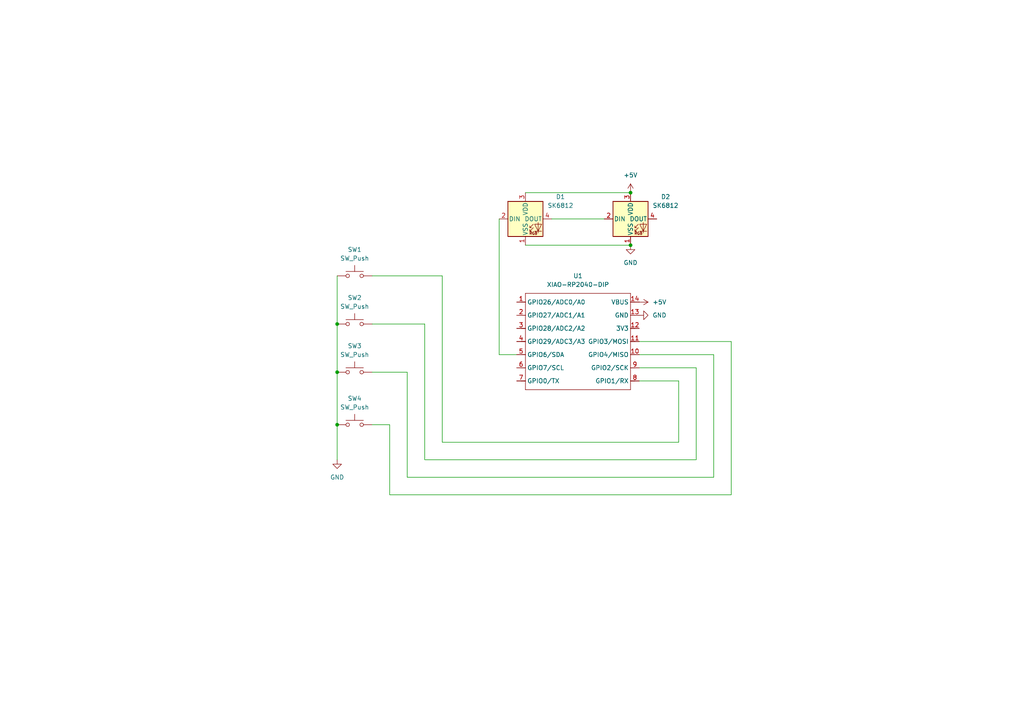
<source format=kicad_sch>
(kicad_sch
	(version 20250114)
	(generator "eeschema")
	(generator_version "9.0")
	(uuid "4c0efdc2-22df-4d44-9dc9-2fbf0b7b15b7")
	(paper "A4")
	(lib_symbols
		(symbol "LED:SK6812"
			(pin_names
				(offset 0.254)
			)
			(exclude_from_sim no)
			(in_bom yes)
			(on_board yes)
			(property "Reference" "D"
				(at 5.08 5.715 0)
				(effects
					(font
						(size 1.27 1.27)
					)
					(justify right bottom)
				)
			)
			(property "Value" "SK6812"
				(at 1.27 -5.715 0)
				(effects
					(font
						(size 1.27 1.27)
					)
					(justify left top)
				)
			)
			(property "Footprint" "LED_SMD:LED_SK6812_PLCC4_5.0x5.0mm_P3.2mm"
				(at 1.27 -7.62 0)
				(effects
					(font
						(size 1.27 1.27)
					)
					(justify left top)
					(hide yes)
				)
			)
			(property "Datasheet" "https://cdn-shop.adafruit.com/product-files/1138/SK6812+LED+datasheet+.pdf"
				(at 2.54 -9.525 0)
				(effects
					(font
						(size 1.27 1.27)
					)
					(justify left top)
					(hide yes)
				)
			)
			(property "Description" "RGB LED with integrated controller"
				(at 0 0 0)
				(effects
					(font
						(size 1.27 1.27)
					)
					(hide yes)
				)
			)
			(property "ki_keywords" "RGB LED NeoPixel addressable"
				(at 0 0 0)
				(effects
					(font
						(size 1.27 1.27)
					)
					(hide yes)
				)
			)
			(property "ki_fp_filters" "LED*SK6812*PLCC*5.0x5.0mm*P3.2mm*"
				(at 0 0 0)
				(effects
					(font
						(size 1.27 1.27)
					)
					(hide yes)
				)
			)
			(symbol "SK6812_0_0"
				(text "RGB"
					(at 2.286 -4.191 0)
					(effects
						(font
							(size 0.762 0.762)
						)
					)
				)
			)
			(symbol "SK6812_0_1"
				(polyline
					(pts
						(xy 1.27 -2.54) (xy 1.778 -2.54)
					)
					(stroke
						(width 0)
						(type default)
					)
					(fill
						(type none)
					)
				)
				(polyline
					(pts
						(xy 1.27 -3.556) (xy 1.778 -3.556)
					)
					(stroke
						(width 0)
						(type default)
					)
					(fill
						(type none)
					)
				)
				(polyline
					(pts
						(xy 2.286 -1.524) (xy 1.27 -2.54) (xy 1.27 -2.032)
					)
					(stroke
						(width 0)
						(type default)
					)
					(fill
						(type none)
					)
				)
				(polyline
					(pts
						(xy 2.286 -2.54) (xy 1.27 -3.556) (xy 1.27 -3.048)
					)
					(stroke
						(width 0)
						(type default)
					)
					(fill
						(type none)
					)
				)
				(polyline
					(pts
						(xy 3.683 -1.016) (xy 3.683 -3.556) (xy 3.683 -4.064)
					)
					(stroke
						(width 0)
						(type default)
					)
					(fill
						(type none)
					)
				)
				(polyline
					(pts
						(xy 4.699 -1.524) (xy 2.667 -1.524) (xy 3.683 -3.556) (xy 4.699 -1.524)
					)
					(stroke
						(width 0)
						(type default)
					)
					(fill
						(type none)
					)
				)
				(polyline
					(pts
						(xy 4.699 -3.556) (xy 2.667 -3.556)
					)
					(stroke
						(width 0)
						(type default)
					)
					(fill
						(type none)
					)
				)
				(rectangle
					(start 5.08 5.08)
					(end -5.08 -5.08)
					(stroke
						(width 0.254)
						(type default)
					)
					(fill
						(type background)
					)
				)
			)
			(symbol "SK6812_1_1"
				(pin input line
					(at -7.62 0 0)
					(length 2.54)
					(name "DIN"
						(effects
							(font
								(size 1.27 1.27)
							)
						)
					)
					(number "2"
						(effects
							(font
								(size 1.27 1.27)
							)
						)
					)
				)
				(pin power_in line
					(at 0 7.62 270)
					(length 2.54)
					(name "VDD"
						(effects
							(font
								(size 1.27 1.27)
							)
						)
					)
					(number "3"
						(effects
							(font
								(size 1.27 1.27)
							)
						)
					)
				)
				(pin power_in line
					(at 0 -7.62 90)
					(length 2.54)
					(name "VSS"
						(effects
							(font
								(size 1.27 1.27)
							)
						)
					)
					(number "1"
						(effects
							(font
								(size 1.27 1.27)
							)
						)
					)
				)
				(pin output line
					(at 7.62 0 180)
					(length 2.54)
					(name "DOUT"
						(effects
							(font
								(size 1.27 1.27)
							)
						)
					)
					(number "4"
						(effects
							(font
								(size 1.27 1.27)
							)
						)
					)
				)
			)
			(embedded_fonts no)
		)
		(symbol "OPL:XIAO-RP2040-DIP"
			(exclude_from_sim no)
			(in_bom yes)
			(on_board yes)
			(property "Reference" "U"
				(at 0 0 0)
				(effects
					(font
						(size 1.27 1.27)
					)
				)
			)
			(property "Value" "XIAO-RP2040-DIP"
				(at 5.334 -1.778 0)
				(effects
					(font
						(size 1.27 1.27)
					)
				)
			)
			(property "Footprint" "Module:MOUDLE14P-XIAO-DIP-SMD"
				(at 14.478 -32.258 0)
				(effects
					(font
						(size 1.27 1.27)
					)
					(hide yes)
				)
			)
			(property "Datasheet" ""
				(at 0 0 0)
				(effects
					(font
						(size 1.27 1.27)
					)
					(hide yes)
				)
			)
			(property "Description" ""
				(at 0 0 0)
				(effects
					(font
						(size 1.27 1.27)
					)
					(hide yes)
				)
			)
			(symbol "XIAO-RP2040-DIP_1_0"
				(polyline
					(pts
						(xy -1.27 -2.54) (xy 29.21 -2.54)
					)
					(stroke
						(width 0.1524)
						(type solid)
					)
					(fill
						(type none)
					)
				)
				(polyline
					(pts
						(xy -1.27 -5.08) (xy -2.54 -5.08)
					)
					(stroke
						(width 0.1524)
						(type solid)
					)
					(fill
						(type none)
					)
				)
				(polyline
					(pts
						(xy -1.27 -5.08) (xy -1.27 -2.54)
					)
					(stroke
						(width 0.1524)
						(type solid)
					)
					(fill
						(type none)
					)
				)
				(polyline
					(pts
						(xy -1.27 -8.89) (xy -2.54 -8.89)
					)
					(stroke
						(width 0.1524)
						(type solid)
					)
					(fill
						(type none)
					)
				)
				(polyline
					(pts
						(xy -1.27 -8.89) (xy -1.27 -5.08)
					)
					(stroke
						(width 0.1524)
						(type solid)
					)
					(fill
						(type none)
					)
				)
				(polyline
					(pts
						(xy -1.27 -12.7) (xy -2.54 -12.7)
					)
					(stroke
						(width 0.1524)
						(type solid)
					)
					(fill
						(type none)
					)
				)
				(polyline
					(pts
						(xy -1.27 -12.7) (xy -1.27 -8.89)
					)
					(stroke
						(width 0.1524)
						(type solid)
					)
					(fill
						(type none)
					)
				)
				(polyline
					(pts
						(xy -1.27 -16.51) (xy -2.54 -16.51)
					)
					(stroke
						(width 0.1524)
						(type solid)
					)
					(fill
						(type none)
					)
				)
				(polyline
					(pts
						(xy -1.27 -16.51) (xy -1.27 -12.7)
					)
					(stroke
						(width 0.1524)
						(type solid)
					)
					(fill
						(type none)
					)
				)
				(polyline
					(pts
						(xy -1.27 -20.32) (xy -2.54 -20.32)
					)
					(stroke
						(width 0.1524)
						(type solid)
					)
					(fill
						(type none)
					)
				)
				(polyline
					(pts
						(xy -1.27 -24.13) (xy -2.54 -24.13)
					)
					(stroke
						(width 0.1524)
						(type solid)
					)
					(fill
						(type none)
					)
				)
				(polyline
					(pts
						(xy -1.27 -27.94) (xy -2.54 -27.94)
					)
					(stroke
						(width 0.1524)
						(type solid)
					)
					(fill
						(type none)
					)
				)
				(polyline
					(pts
						(xy -1.27 -30.48) (xy -1.27 -16.51)
					)
					(stroke
						(width 0.1524)
						(type solid)
					)
					(fill
						(type none)
					)
				)
				(polyline
					(pts
						(xy 29.21 -2.54) (xy 29.21 -5.08)
					)
					(stroke
						(width 0.1524)
						(type solid)
					)
					(fill
						(type none)
					)
				)
				(polyline
					(pts
						(xy 29.21 -5.08) (xy 29.21 -8.89)
					)
					(stroke
						(width 0.1524)
						(type solid)
					)
					(fill
						(type none)
					)
				)
				(polyline
					(pts
						(xy 29.21 -8.89) (xy 29.21 -12.7)
					)
					(stroke
						(width 0.1524)
						(type solid)
					)
					(fill
						(type none)
					)
				)
				(polyline
					(pts
						(xy 29.21 -12.7) (xy 29.21 -30.48)
					)
					(stroke
						(width 0.1524)
						(type solid)
					)
					(fill
						(type none)
					)
				)
				(polyline
					(pts
						(xy 29.21 -30.48) (xy -1.27 -30.48)
					)
					(stroke
						(width 0.1524)
						(type solid)
					)
					(fill
						(type none)
					)
				)
				(polyline
					(pts
						(xy 30.48 -5.08) (xy 29.21 -5.08)
					)
					(stroke
						(width 0.1524)
						(type solid)
					)
					(fill
						(type none)
					)
				)
				(polyline
					(pts
						(xy 30.48 -8.89) (xy 29.21 -8.89)
					)
					(stroke
						(width 0.1524)
						(type solid)
					)
					(fill
						(type none)
					)
				)
				(polyline
					(pts
						(xy 30.48 -12.7) (xy 29.21 -12.7)
					)
					(stroke
						(width 0.1524)
						(type solid)
					)
					(fill
						(type none)
					)
				)
				(polyline
					(pts
						(xy 30.48 -16.51) (xy 29.21 -16.51)
					)
					(stroke
						(width 0.1524)
						(type solid)
					)
					(fill
						(type none)
					)
				)
				(polyline
					(pts
						(xy 30.48 -20.32) (xy 29.21 -20.32)
					)
					(stroke
						(width 0.1524)
						(type solid)
					)
					(fill
						(type none)
					)
				)
				(polyline
					(pts
						(xy 30.48 -24.13) (xy 29.21 -24.13)
					)
					(stroke
						(width 0.1524)
						(type solid)
					)
					(fill
						(type none)
					)
				)
				(polyline
					(pts
						(xy 30.48 -27.94) (xy 29.21 -27.94)
					)
					(stroke
						(width 0.1524)
						(type solid)
					)
					(fill
						(type none)
					)
				)
				(pin passive line
					(at -3.81 -5.08 0)
					(length 2.54)
					(name "GPIO26/ADC0/A0"
						(effects
							(font
								(size 1.27 1.27)
							)
						)
					)
					(number "1"
						(effects
							(font
								(size 1.27 1.27)
							)
						)
					)
				)
				(pin passive line
					(at -3.81 -8.89 0)
					(length 2.54)
					(name "GPIO27/ADC1/A1"
						(effects
							(font
								(size 1.27 1.27)
							)
						)
					)
					(number "2"
						(effects
							(font
								(size 1.27 1.27)
							)
						)
					)
				)
				(pin passive line
					(at -3.81 -12.7 0)
					(length 2.54)
					(name "GPIO28/ADC2/A2"
						(effects
							(font
								(size 1.27 1.27)
							)
						)
					)
					(number "3"
						(effects
							(font
								(size 1.27 1.27)
							)
						)
					)
				)
				(pin passive line
					(at -3.81 -16.51 0)
					(length 2.54)
					(name "GPIO29/ADC3/A3"
						(effects
							(font
								(size 1.27 1.27)
							)
						)
					)
					(number "4"
						(effects
							(font
								(size 1.27 1.27)
							)
						)
					)
				)
				(pin passive line
					(at -3.81 -20.32 0)
					(length 2.54)
					(name "GPIO6/SDA"
						(effects
							(font
								(size 1.27 1.27)
							)
						)
					)
					(number "5"
						(effects
							(font
								(size 1.27 1.27)
							)
						)
					)
				)
				(pin passive line
					(at -3.81 -24.13 0)
					(length 2.54)
					(name "GPIO7/SCL"
						(effects
							(font
								(size 1.27 1.27)
							)
						)
					)
					(number "6"
						(effects
							(font
								(size 1.27 1.27)
							)
						)
					)
				)
				(pin passive line
					(at -3.81 -27.94 0)
					(length 2.54)
					(name "GPIO0/TX"
						(effects
							(font
								(size 1.27 1.27)
							)
						)
					)
					(number "7"
						(effects
							(font
								(size 1.27 1.27)
							)
						)
					)
				)
				(pin passive line
					(at 31.75 -5.08 180)
					(length 2.54)
					(name "VBUS"
						(effects
							(font
								(size 1.27 1.27)
							)
						)
					)
					(number "14"
						(effects
							(font
								(size 1.27 1.27)
							)
						)
					)
				)
				(pin passive line
					(at 31.75 -8.89 180)
					(length 2.54)
					(name "GND"
						(effects
							(font
								(size 1.27 1.27)
							)
						)
					)
					(number "13"
						(effects
							(font
								(size 1.27 1.27)
							)
						)
					)
				)
				(pin passive line
					(at 31.75 -12.7 180)
					(length 2.54)
					(name "3V3"
						(effects
							(font
								(size 1.27 1.27)
							)
						)
					)
					(number "12"
						(effects
							(font
								(size 1.27 1.27)
							)
						)
					)
				)
				(pin passive line
					(at 31.75 -16.51 180)
					(length 2.54)
					(name "GPIO3/MOSI"
						(effects
							(font
								(size 1.27 1.27)
							)
						)
					)
					(number "11"
						(effects
							(font
								(size 1.27 1.27)
							)
						)
					)
				)
				(pin passive line
					(at 31.75 -20.32 180)
					(length 2.54)
					(name "GPIO4/MISO"
						(effects
							(font
								(size 1.27 1.27)
							)
						)
					)
					(number "10"
						(effects
							(font
								(size 1.27 1.27)
							)
						)
					)
				)
				(pin passive line
					(at 31.75 -24.13 180)
					(length 2.54)
					(name "GPIO2/SCK"
						(effects
							(font
								(size 1.27 1.27)
							)
						)
					)
					(number "9"
						(effects
							(font
								(size 1.27 1.27)
							)
						)
					)
				)
				(pin passive line
					(at 31.75 -27.94 180)
					(length 2.54)
					(name "GPIO1/RX"
						(effects
							(font
								(size 1.27 1.27)
							)
						)
					)
					(number "8"
						(effects
							(font
								(size 1.27 1.27)
							)
						)
					)
				)
			)
			(embedded_fonts no)
		)
		(symbol "Switch:SW_Push"
			(pin_numbers
				(hide yes)
			)
			(pin_names
				(offset 1.016)
				(hide yes)
			)
			(exclude_from_sim no)
			(in_bom yes)
			(on_board yes)
			(property "Reference" "SW"
				(at 1.27 2.54 0)
				(effects
					(font
						(size 1.27 1.27)
					)
					(justify left)
				)
			)
			(property "Value" "SW_Push"
				(at 0 -1.524 0)
				(effects
					(font
						(size 1.27 1.27)
					)
				)
			)
			(property "Footprint" ""
				(at 0 5.08 0)
				(effects
					(font
						(size 1.27 1.27)
					)
					(hide yes)
				)
			)
			(property "Datasheet" "~"
				(at 0 5.08 0)
				(effects
					(font
						(size 1.27 1.27)
					)
					(hide yes)
				)
			)
			(property "Description" "Push button switch, generic, two pins"
				(at 0 0 0)
				(effects
					(font
						(size 1.27 1.27)
					)
					(hide yes)
				)
			)
			(property "ki_keywords" "switch normally-open pushbutton push-button"
				(at 0 0 0)
				(effects
					(font
						(size 1.27 1.27)
					)
					(hide yes)
				)
			)
			(symbol "SW_Push_0_1"
				(circle
					(center -2.032 0)
					(radius 0.508)
					(stroke
						(width 0)
						(type default)
					)
					(fill
						(type none)
					)
				)
				(polyline
					(pts
						(xy 0 1.27) (xy 0 3.048)
					)
					(stroke
						(width 0)
						(type default)
					)
					(fill
						(type none)
					)
				)
				(circle
					(center 2.032 0)
					(radius 0.508)
					(stroke
						(width 0)
						(type default)
					)
					(fill
						(type none)
					)
				)
				(polyline
					(pts
						(xy 2.54 1.27) (xy -2.54 1.27)
					)
					(stroke
						(width 0)
						(type default)
					)
					(fill
						(type none)
					)
				)
				(pin passive line
					(at -5.08 0 0)
					(length 2.54)
					(name "1"
						(effects
							(font
								(size 1.27 1.27)
							)
						)
					)
					(number "1"
						(effects
							(font
								(size 1.27 1.27)
							)
						)
					)
				)
				(pin passive line
					(at 5.08 0 180)
					(length 2.54)
					(name "2"
						(effects
							(font
								(size 1.27 1.27)
							)
						)
					)
					(number "2"
						(effects
							(font
								(size 1.27 1.27)
							)
						)
					)
				)
			)
			(embedded_fonts no)
		)
		(symbol "power:+5V"
			(power)
			(pin_numbers
				(hide yes)
			)
			(pin_names
				(offset 0)
				(hide yes)
			)
			(exclude_from_sim no)
			(in_bom yes)
			(on_board yes)
			(property "Reference" "#PWR"
				(at 0 -3.81 0)
				(effects
					(font
						(size 1.27 1.27)
					)
					(hide yes)
				)
			)
			(property "Value" "+5V"
				(at 0 3.556 0)
				(effects
					(font
						(size 1.27 1.27)
					)
				)
			)
			(property "Footprint" ""
				(at 0 0 0)
				(effects
					(font
						(size 1.27 1.27)
					)
					(hide yes)
				)
			)
			(property "Datasheet" ""
				(at 0 0 0)
				(effects
					(font
						(size 1.27 1.27)
					)
					(hide yes)
				)
			)
			(property "Description" "Power symbol creates a global label with name \"+5V\""
				(at 0 0 0)
				(effects
					(font
						(size 1.27 1.27)
					)
					(hide yes)
				)
			)
			(property "ki_keywords" "global power"
				(at 0 0 0)
				(effects
					(font
						(size 1.27 1.27)
					)
					(hide yes)
				)
			)
			(symbol "+5V_0_1"
				(polyline
					(pts
						(xy -0.762 1.27) (xy 0 2.54)
					)
					(stroke
						(width 0)
						(type default)
					)
					(fill
						(type none)
					)
				)
				(polyline
					(pts
						(xy 0 2.54) (xy 0.762 1.27)
					)
					(stroke
						(width 0)
						(type default)
					)
					(fill
						(type none)
					)
				)
				(polyline
					(pts
						(xy 0 0) (xy 0 2.54)
					)
					(stroke
						(width 0)
						(type default)
					)
					(fill
						(type none)
					)
				)
			)
			(symbol "+5V_1_1"
				(pin power_in line
					(at 0 0 90)
					(length 0)
					(name "~"
						(effects
							(font
								(size 1.27 1.27)
							)
						)
					)
					(number "1"
						(effects
							(font
								(size 1.27 1.27)
							)
						)
					)
				)
			)
			(embedded_fonts no)
		)
		(symbol "power:GND"
			(power)
			(pin_numbers
				(hide yes)
			)
			(pin_names
				(offset 0)
				(hide yes)
			)
			(exclude_from_sim no)
			(in_bom yes)
			(on_board yes)
			(property "Reference" "#PWR"
				(at 0 -6.35 0)
				(effects
					(font
						(size 1.27 1.27)
					)
					(hide yes)
				)
			)
			(property "Value" "GND"
				(at 0 -3.81 0)
				(effects
					(font
						(size 1.27 1.27)
					)
				)
			)
			(property "Footprint" ""
				(at 0 0 0)
				(effects
					(font
						(size 1.27 1.27)
					)
					(hide yes)
				)
			)
			(property "Datasheet" ""
				(at 0 0 0)
				(effects
					(font
						(size 1.27 1.27)
					)
					(hide yes)
				)
			)
			(property "Description" "Power symbol creates a global label with name \"GND\" , ground"
				(at 0 0 0)
				(effects
					(font
						(size 1.27 1.27)
					)
					(hide yes)
				)
			)
			(property "ki_keywords" "global power"
				(at 0 0 0)
				(effects
					(font
						(size 1.27 1.27)
					)
					(hide yes)
				)
			)
			(symbol "GND_0_1"
				(polyline
					(pts
						(xy 0 0) (xy 0 -1.27) (xy 1.27 -1.27) (xy 0 -2.54) (xy -1.27 -1.27) (xy 0 -1.27)
					)
					(stroke
						(width 0)
						(type default)
					)
					(fill
						(type none)
					)
				)
			)
			(symbol "GND_1_1"
				(pin power_in line
					(at 0 0 270)
					(length 0)
					(name "~"
						(effects
							(font
								(size 1.27 1.27)
							)
						)
					)
					(number "1"
						(effects
							(font
								(size 1.27 1.27)
							)
						)
					)
				)
			)
			(embedded_fonts no)
		)
	)
	(junction
		(at 97.79 93.98)
		(diameter 0)
		(color 0 0 0 0)
		(uuid "3b29a56e-7572-40e0-ba35-161e3aaae4e2")
	)
	(junction
		(at 97.79 107.95)
		(diameter 0)
		(color 0 0 0 0)
		(uuid "60991db4-e820-4186-a015-2209cbfdd59f")
	)
	(junction
		(at 97.79 123.19)
		(diameter 0)
		(color 0 0 0 0)
		(uuid "973d353a-556f-476d-92b9-54a359917c63")
	)
	(junction
		(at 182.88 55.88)
		(diameter 0)
		(color 0 0 0 0)
		(uuid "c1ba5ca0-286e-407b-973a-49c496fdef2e")
	)
	(junction
		(at 182.88 71.12)
		(diameter 0)
		(color 0 0 0 0)
		(uuid "f3fdfc79-06b8-44a3-9f13-98ff094efe0e")
	)
	(wire
		(pts
			(xy 123.19 93.98) (xy 123.19 133.35)
		)
		(stroke
			(width 0)
			(type default)
		)
		(uuid "17a55b0a-e1fb-4332-b33c-418ca24bde95")
	)
	(wire
		(pts
			(xy 113.03 143.51) (xy 212.09 143.51)
		)
		(stroke
			(width 0)
			(type default)
		)
		(uuid "187a8bc3-45ee-44f5-b0a0-6d5822ae7a13")
	)
	(wire
		(pts
			(xy 196.85 128.27) (xy 196.85 110.49)
		)
		(stroke
			(width 0)
			(type default)
		)
		(uuid "273a80ac-b361-4739-bcaf-9a772a9cdc9f")
	)
	(wire
		(pts
			(xy 144.78 102.87) (xy 149.86 102.87)
		)
		(stroke
			(width 0)
			(type default)
		)
		(uuid "33886543-668f-476d-b41d-a95d0293c7a9")
	)
	(wire
		(pts
			(xy 212.09 143.51) (xy 212.09 99.06)
		)
		(stroke
			(width 0)
			(type default)
		)
		(uuid "3e8faabe-6d87-4a0f-9515-246fa3e65b27")
	)
	(wire
		(pts
			(xy 196.85 110.49) (xy 185.42 110.49)
		)
		(stroke
			(width 0)
			(type default)
		)
		(uuid "479001b5-07fe-4c4c-9786-db708e5f3932")
	)
	(wire
		(pts
			(xy 144.78 63.5) (xy 144.78 102.87)
		)
		(stroke
			(width 0)
			(type default)
		)
		(uuid "56c0c41d-8135-4048-9702-00d9ea4c5145")
	)
	(wire
		(pts
			(xy 152.4 55.88) (xy 182.88 55.88)
		)
		(stroke
			(width 0)
			(type default)
		)
		(uuid "58f9f89e-3c86-4afe-80b8-fb81ad3ca414")
	)
	(wire
		(pts
			(xy 128.27 80.01) (xy 128.27 128.27)
		)
		(stroke
			(width 0)
			(type default)
		)
		(uuid "5b058575-e65b-4faa-b2ca-75f16ae64a57")
	)
	(wire
		(pts
			(xy 107.95 107.95) (xy 118.11 107.95)
		)
		(stroke
			(width 0)
			(type default)
		)
		(uuid "5c0f6caf-0590-4a28-b296-9002a9c7cdda")
	)
	(wire
		(pts
			(xy 97.79 107.95) (xy 97.79 123.19)
		)
		(stroke
			(width 0)
			(type default)
		)
		(uuid "5ebc5dbc-3efd-4c69-a95a-3322144e2f10")
	)
	(wire
		(pts
			(xy 107.95 80.01) (xy 128.27 80.01)
		)
		(stroke
			(width 0)
			(type default)
		)
		(uuid "66a51a97-477e-4cd7-a964-2877c6ee1e28")
	)
	(wire
		(pts
			(xy 113.03 123.19) (xy 113.03 143.51)
		)
		(stroke
			(width 0)
			(type default)
		)
		(uuid "7f213778-d164-4361-b50f-a7de27cbbc9b")
	)
	(wire
		(pts
			(xy 118.11 138.43) (xy 207.01 138.43)
		)
		(stroke
			(width 0)
			(type default)
		)
		(uuid "833b35d8-766e-4e8f-96b2-58bf6aa9d95b")
	)
	(wire
		(pts
			(xy 152.4 71.12) (xy 182.88 71.12)
		)
		(stroke
			(width 0)
			(type default)
		)
		(uuid "8403fcf6-4023-4dbe-9646-fcc8e13747ad")
	)
	(wire
		(pts
			(xy 201.93 106.68) (xy 185.42 106.68)
		)
		(stroke
			(width 0)
			(type default)
		)
		(uuid "86a55bfb-2c8b-49b5-b067-5d3314daea07")
	)
	(wire
		(pts
			(xy 97.79 93.98) (xy 97.79 107.95)
		)
		(stroke
			(width 0)
			(type default)
		)
		(uuid "8efd1a70-4e40-42f0-a78b-3095d09baff5")
	)
	(wire
		(pts
			(xy 212.09 99.06) (xy 185.42 99.06)
		)
		(stroke
			(width 0)
			(type default)
		)
		(uuid "910762b8-b587-4bbe-a5cc-a2d76661bc2e")
	)
	(wire
		(pts
			(xy 201.93 133.35) (xy 201.93 106.68)
		)
		(stroke
			(width 0)
			(type default)
		)
		(uuid "b5c59df7-184e-49aa-a524-4ef067110e75")
	)
	(wire
		(pts
			(xy 107.95 123.19) (xy 113.03 123.19)
		)
		(stroke
			(width 0)
			(type default)
		)
		(uuid "b90c779e-d7e4-4e42-96a8-c6c0ed55f6dd")
	)
	(wire
		(pts
			(xy 97.79 123.19) (xy 97.79 133.35)
		)
		(stroke
			(width 0)
			(type default)
		)
		(uuid "bd281d9f-5456-43e7-a449-3e653d809b18")
	)
	(wire
		(pts
			(xy 160.02 63.5) (xy 175.26 63.5)
		)
		(stroke
			(width 0)
			(type default)
		)
		(uuid "c1b3c987-8fd0-496f-b052-72d35e17fc59")
	)
	(wire
		(pts
			(xy 207.01 102.87) (xy 185.42 102.87)
		)
		(stroke
			(width 0)
			(type default)
		)
		(uuid "c37c2b3d-fb66-4dcd-904c-cc8b4cb8cbd5")
	)
	(wire
		(pts
			(xy 123.19 133.35) (xy 201.93 133.35)
		)
		(stroke
			(width 0)
			(type default)
		)
		(uuid "c611b644-2b39-4b38-b2fa-c56c0ca75f2d")
	)
	(wire
		(pts
			(xy 207.01 138.43) (xy 207.01 102.87)
		)
		(stroke
			(width 0)
			(type default)
		)
		(uuid "c72e19e5-a611-474f-9fe8-c9bba7718279")
	)
	(wire
		(pts
			(xy 118.11 107.95) (xy 118.11 138.43)
		)
		(stroke
			(width 0)
			(type default)
		)
		(uuid "da0d36c5-89d5-4ac7-9bd0-bb873aa17406")
	)
	(wire
		(pts
			(xy 107.95 93.98) (xy 123.19 93.98)
		)
		(stroke
			(width 0)
			(type default)
		)
		(uuid "db14d239-aabe-41fe-8b68-81814bbe0d1b")
	)
	(wire
		(pts
			(xy 128.27 128.27) (xy 196.85 128.27)
		)
		(stroke
			(width 0)
			(type default)
		)
		(uuid "f2d35c1b-2fb3-4543-85e9-d57deeddd068")
	)
	(wire
		(pts
			(xy 97.79 80.01) (xy 97.79 93.98)
		)
		(stroke
			(width 0)
			(type default)
		)
		(uuid "f6d2bb4b-ad47-4f81-8cc9-b92b32c8ef70")
	)
	(symbol
		(lib_id "power:+5V")
		(at 185.42 87.63 270)
		(unit 1)
		(exclude_from_sim no)
		(in_bom yes)
		(on_board yes)
		(dnp no)
		(fields_autoplaced yes)
		(uuid "19761f60-38bb-42f5-a81a-4ef97d6537db")
		(property "Reference" "#PWR02"
			(at 181.61 87.63 0)
			(effects
				(font
					(size 1.27 1.27)
				)
				(hide yes)
			)
		)
		(property "Value" "+5V"
			(at 189.23 87.6299 90)
			(effects
				(font
					(size 1.27 1.27)
				)
				(justify left)
			)
		)
		(property "Footprint" ""
			(at 185.42 87.63 0)
			(effects
				(font
					(size 1.27 1.27)
				)
				(hide yes)
			)
		)
		(property "Datasheet" ""
			(at 185.42 87.63 0)
			(effects
				(font
					(size 1.27 1.27)
				)
				(hide yes)
			)
		)
		(property "Description" "Power symbol creates a global label with name \"+5V\""
			(at 185.42 87.63 0)
			(effects
				(font
					(size 1.27 1.27)
				)
				(hide yes)
			)
		)
		(pin "1"
			(uuid "0f014238-40c1-4418-a7f0-084b2b46e96b")
		)
		(instances
			(project ""
				(path "/4c0efdc2-22df-4d44-9dc9-2fbf0b7b15b7"
					(reference "#PWR02")
					(unit 1)
				)
			)
		)
	)
	(symbol
		(lib_id "Switch:SW_Push")
		(at 102.87 123.19 0)
		(unit 1)
		(exclude_from_sim no)
		(in_bom yes)
		(on_board yes)
		(dnp no)
		(fields_autoplaced yes)
		(uuid "1eae8cc7-34ef-44d7-8092-0e22591c7fce")
		(property "Reference" "SW4"
			(at 102.87 115.57 0)
			(effects
				(font
					(size 1.27 1.27)
				)
			)
		)
		(property "Value" "SW_Push"
			(at 102.87 118.11 0)
			(effects
				(font
					(size 1.27 1.27)
				)
			)
		)
		(property "Footprint" "Button_Switch_Keyboard:SW_Cherry_MX_1.00u_PCB"
			(at 102.87 118.11 0)
			(effects
				(font
					(size 1.27 1.27)
				)
				(hide yes)
			)
		)
		(property "Datasheet" "~"
			(at 102.87 118.11 0)
			(effects
				(font
					(size 1.27 1.27)
				)
				(hide yes)
			)
		)
		(property "Description" "Push button switch, generic, two pins"
			(at 102.87 123.19 0)
			(effects
				(font
					(size 1.27 1.27)
				)
				(hide yes)
			)
		)
		(pin "2"
			(uuid "59a2fe46-0666-4725-ae54-35039f34e74e")
		)
		(pin "1"
			(uuid "a248a8a1-a692-44d9-aeee-950c4c30c2e6")
		)
		(instances
			(project ""
				(path "/4c0efdc2-22df-4d44-9dc9-2fbf0b7b15b7"
					(reference "SW4")
					(unit 1)
				)
			)
		)
	)
	(symbol
		(lib_id "Switch:SW_Push")
		(at 102.87 107.95 0)
		(unit 1)
		(exclude_from_sim no)
		(in_bom yes)
		(on_board yes)
		(dnp no)
		(fields_autoplaced yes)
		(uuid "47750858-831b-4c95-a1a5-e8c1cfb2ea2f")
		(property "Reference" "SW3"
			(at 102.87 100.33 0)
			(effects
				(font
					(size 1.27 1.27)
				)
			)
		)
		(property "Value" "SW_Push"
			(at 102.87 102.87 0)
			(effects
				(font
					(size 1.27 1.27)
				)
			)
		)
		(property "Footprint" "Button_Switch_Keyboard:SW_Cherry_MX_1.00u_PCB"
			(at 102.87 102.87 0)
			(effects
				(font
					(size 1.27 1.27)
				)
				(hide yes)
			)
		)
		(property "Datasheet" "~"
			(at 102.87 102.87 0)
			(effects
				(font
					(size 1.27 1.27)
				)
				(hide yes)
			)
		)
		(property "Description" "Push button switch, generic, two pins"
			(at 102.87 107.95 0)
			(effects
				(font
					(size 1.27 1.27)
				)
				(hide yes)
			)
		)
		(pin "1"
			(uuid "024788af-0780-4642-a83e-b5cb24f2234d")
		)
		(pin "2"
			(uuid "a35c9930-c545-4189-a231-da2c78d87ddf")
		)
		(instances
			(project ""
				(path "/4c0efdc2-22df-4d44-9dc9-2fbf0b7b15b7"
					(reference "SW3")
					(unit 1)
				)
			)
		)
	)
	(symbol
		(lib_id "LED:SK6812")
		(at 152.4 63.5 0)
		(unit 1)
		(exclude_from_sim no)
		(in_bom yes)
		(on_board yes)
		(dnp no)
		(fields_autoplaced yes)
		(uuid "5fdf3ef1-881d-4ac7-b1ad-3ae36c570090")
		(property "Reference" "D1"
			(at 162.56 57.0798 0)
			(effects
				(font
					(size 1.27 1.27)
				)
			)
		)
		(property "Value" "SK6812"
			(at 162.56 59.6198 0)
			(effects
				(font
					(size 1.27 1.27)
				)
			)
		)
		(property "Footprint" "LED_SMD:LED_SK6812_PLCC4_5.0x5.0mm_P3.2mm"
			(at 153.67 71.12 0)
			(effects
				(font
					(size 1.27 1.27)
				)
				(justify left top)
				(hide yes)
			)
		)
		(property "Datasheet" "https://cdn-shop.adafruit.com/product-files/1138/SK6812+LED+datasheet+.pdf"
			(at 154.94 73.025 0)
			(effects
				(font
					(size 1.27 1.27)
				)
				(justify left top)
				(hide yes)
			)
		)
		(property "Description" "RGB LED with integrated controller"
			(at 152.4 63.5 0)
			(effects
				(font
					(size 1.27 1.27)
				)
				(hide yes)
			)
		)
		(pin "4"
			(uuid "1b844a1f-b734-4f7e-bef6-3de3c4083ed9")
		)
		(pin "2"
			(uuid "01a5a60d-f8a5-4381-a50c-57a201f4e7a9")
		)
		(pin "3"
			(uuid "1f44a704-0169-475a-8841-0a68c5e5e53a")
		)
		(pin "1"
			(uuid "70f262cf-1699-4c40-9ad1-5cefcf2c7972")
		)
		(instances
			(project ""
				(path "/4c0efdc2-22df-4d44-9dc9-2fbf0b7b15b7"
					(reference "D1")
					(unit 1)
				)
			)
		)
	)
	(symbol
		(lib_id "LED:SK6812")
		(at 182.88 63.5 0)
		(unit 1)
		(exclude_from_sim no)
		(in_bom yes)
		(on_board yes)
		(dnp no)
		(fields_autoplaced yes)
		(uuid "64b9d13f-334b-462c-be9e-d7871c9ecc03")
		(property "Reference" "D2"
			(at 193.04 57.0798 0)
			(effects
				(font
					(size 1.27 1.27)
				)
			)
		)
		(property "Value" "SK6812"
			(at 193.04 59.6198 0)
			(effects
				(font
					(size 1.27 1.27)
				)
			)
		)
		(property "Footprint" "LED_SMD:LED_SK6812_PLCC4_5.0x5.0mm_P3.2mm"
			(at 184.15 71.12 0)
			(effects
				(font
					(size 1.27 1.27)
				)
				(justify left top)
				(hide yes)
			)
		)
		(property "Datasheet" "https://cdn-shop.adafruit.com/product-files/1138/SK6812+LED+datasheet+.pdf"
			(at 185.42 73.025 0)
			(effects
				(font
					(size 1.27 1.27)
				)
				(justify left top)
				(hide yes)
			)
		)
		(property "Description" "RGB LED with integrated controller"
			(at 182.88 63.5 0)
			(effects
				(font
					(size 1.27 1.27)
				)
				(hide yes)
			)
		)
		(pin "2"
			(uuid "b96e3388-bf61-49e4-bee6-b9f54837c03d")
		)
		(pin "1"
			(uuid "6fe5c17e-15f6-4bbb-9864-007d20224db9")
		)
		(pin "4"
			(uuid "70d4845e-0c36-4469-916f-3ea0bff2e8d9")
		)
		(pin "3"
			(uuid "ac6cf2b9-89ca-4c56-a3c9-de51cae780ac")
		)
		(instances
			(project ""
				(path "/4c0efdc2-22df-4d44-9dc9-2fbf0b7b15b7"
					(reference "D2")
					(unit 1)
				)
			)
		)
	)
	(symbol
		(lib_id "Switch:SW_Push")
		(at 102.87 80.01 0)
		(unit 1)
		(exclude_from_sim no)
		(in_bom yes)
		(on_board yes)
		(dnp no)
		(fields_autoplaced yes)
		(uuid "74e56b22-75c7-42af-9502-73405e6a1964")
		(property "Reference" "SW1"
			(at 102.87 72.39 0)
			(effects
				(font
					(size 1.27 1.27)
				)
			)
		)
		(property "Value" "SW_Push"
			(at 102.87 74.93 0)
			(effects
				(font
					(size 1.27 1.27)
				)
			)
		)
		(property "Footprint" "Button_Switch_Keyboard:SW_Cherry_MX_1.00u_PCB"
			(at 102.87 74.93 0)
			(effects
				(font
					(size 1.27 1.27)
				)
				(hide yes)
			)
		)
		(property "Datasheet" "~"
			(at 102.87 74.93 0)
			(effects
				(font
					(size 1.27 1.27)
				)
				(hide yes)
			)
		)
		(property "Description" "Push button switch, generic, two pins"
			(at 102.87 80.01 0)
			(effects
				(font
					(size 1.27 1.27)
				)
				(hide yes)
			)
		)
		(pin "2"
			(uuid "7712f1c3-3d83-4f9a-8968-066a915ba393")
		)
		(pin "1"
			(uuid "4f268a72-68e9-410a-b006-8de76153ab2d")
		)
		(instances
			(project ""
				(path "/4c0efdc2-22df-4d44-9dc9-2fbf0b7b15b7"
					(reference "SW1")
					(unit 1)
				)
			)
		)
	)
	(symbol
		(lib_id "power:GND")
		(at 182.88 71.12 0)
		(unit 1)
		(exclude_from_sim no)
		(in_bom yes)
		(on_board yes)
		(dnp no)
		(fields_autoplaced yes)
		(uuid "976e21d2-fe11-4094-b823-e55a96f6f8c6")
		(property "Reference" "#PWR04"
			(at 182.88 77.47 0)
			(effects
				(font
					(size 1.27 1.27)
				)
				(hide yes)
			)
		)
		(property "Value" "GND"
			(at 182.88 76.2 0)
			(effects
				(font
					(size 1.27 1.27)
				)
			)
		)
		(property "Footprint" ""
			(at 182.88 71.12 0)
			(effects
				(font
					(size 1.27 1.27)
				)
				(hide yes)
			)
		)
		(property "Datasheet" ""
			(at 182.88 71.12 0)
			(effects
				(font
					(size 1.27 1.27)
				)
				(hide yes)
			)
		)
		(property "Description" "Power symbol creates a global label with name \"GND\" , ground"
			(at 182.88 71.12 0)
			(effects
				(font
					(size 1.27 1.27)
				)
				(hide yes)
			)
		)
		(pin "1"
			(uuid "5fd0308c-eef0-4b12-a35c-4e30f44e6f7f")
		)
		(instances
			(project "hack pad"
				(path "/4c0efdc2-22df-4d44-9dc9-2fbf0b7b15b7"
					(reference "#PWR04")
					(unit 1)
				)
			)
		)
	)
	(symbol
		(lib_id "power:GND")
		(at 97.79 133.35 0)
		(unit 1)
		(exclude_from_sim no)
		(in_bom yes)
		(on_board yes)
		(dnp no)
		(fields_autoplaced yes)
		(uuid "99817d66-061b-44d9-bd97-5d950a8516ca")
		(property "Reference" "#PWR05"
			(at 97.79 139.7 0)
			(effects
				(font
					(size 1.27 1.27)
				)
				(hide yes)
			)
		)
		(property "Value" "GND"
			(at 97.79 138.43 0)
			(effects
				(font
					(size 1.27 1.27)
				)
			)
		)
		(property "Footprint" ""
			(at 97.79 133.35 0)
			(effects
				(font
					(size 1.27 1.27)
				)
				(hide yes)
			)
		)
		(property "Datasheet" ""
			(at 97.79 133.35 0)
			(effects
				(font
					(size 1.27 1.27)
				)
				(hide yes)
			)
		)
		(property "Description" "Power symbol creates a global label with name \"GND\" , ground"
			(at 97.79 133.35 0)
			(effects
				(font
					(size 1.27 1.27)
				)
				(hide yes)
			)
		)
		(pin "1"
			(uuid "b5b28a71-2c7f-488b-8a13-9e4007b4c81d")
		)
		(instances
			(project ""
				(path "/4c0efdc2-22df-4d44-9dc9-2fbf0b7b15b7"
					(reference "#PWR05")
					(unit 1)
				)
			)
		)
	)
	(symbol
		(lib_id "OPL:XIAO-RP2040-DIP")
		(at 153.67 82.55 0)
		(unit 1)
		(exclude_from_sim no)
		(in_bom yes)
		(on_board yes)
		(dnp no)
		(fields_autoplaced yes)
		(uuid "add95fe6-8d68-4b60-aefa-3e46ecd85231")
		(property "Reference" "U1"
			(at 167.64 80.01 0)
			(effects
				(font
					(size 1.27 1.27)
				)
			)
		)
		(property "Value" "XIAO-RP2040-DIP"
			(at 167.64 82.55 0)
			(effects
				(font
					(size 1.27 1.27)
				)
			)
		)
		(property "Footprint" "OPL:XIAO-RP2040-DIP"
			(at 168.148 114.808 0)
			(effects
				(font
					(size 1.27 1.27)
				)
				(hide yes)
			)
		)
		(property "Datasheet" ""
			(at 153.67 82.55 0)
			(effects
				(font
					(size 1.27 1.27)
				)
				(hide yes)
			)
		)
		(property "Description" ""
			(at 153.67 82.55 0)
			(effects
				(font
					(size 1.27 1.27)
				)
				(hide yes)
			)
		)
		(pin "4"
			(uuid "fab84d6f-9bd9-4482-b800-449c69d5fff8")
		)
		(pin "9"
			(uuid "0353e073-ac32-494d-9587-54e7fab3e78c")
		)
		(pin "13"
			(uuid "e54d4ae3-7d62-42fa-ba23-df36f8bf195f")
		)
		(pin "12"
			(uuid "17b71a5f-84d2-431d-a453-491228fbb38e")
		)
		(pin "2"
			(uuid "6def8349-ed58-4d9d-b519-39b52925b457")
		)
		(pin "7"
			(uuid "ff0f4cfa-634e-4c34-977a-b64b02ae6098")
		)
		(pin "8"
			(uuid "bc3ed1ff-66fe-4c08-b508-aa7a15824334")
		)
		(pin "6"
			(uuid "f532bf25-a045-4715-9846-67dbb746d33d")
		)
		(pin "1"
			(uuid "88603b60-9931-4879-9a92-8d26676e0153")
		)
		(pin "5"
			(uuid "98de9491-3dcf-44b0-9250-dbc993ce5937")
		)
		(pin "14"
			(uuid "1b01fe9a-28b2-41db-a087-38feb4daa4c7")
		)
		(pin "3"
			(uuid "3bdb22d1-ca03-43a9-a08c-bec8d0bf3b65")
		)
		(pin "10"
			(uuid "64ffc7dc-82db-40c4-b24e-d93f03c2d65d")
		)
		(pin "11"
			(uuid "6452ec47-31f7-4356-83bd-8a82fc7d4ab5")
		)
		(instances
			(project ""
				(path "/4c0efdc2-22df-4d44-9dc9-2fbf0b7b15b7"
					(reference "U1")
					(unit 1)
				)
			)
		)
	)
	(symbol
		(lib_id "Switch:SW_Push")
		(at 102.87 93.98 0)
		(unit 1)
		(exclude_from_sim no)
		(in_bom yes)
		(on_board yes)
		(dnp no)
		(fields_autoplaced yes)
		(uuid "c509bf8e-6d37-45cb-896e-e99ea4c9ede9")
		(property "Reference" "SW2"
			(at 102.87 86.36 0)
			(effects
				(font
					(size 1.27 1.27)
				)
			)
		)
		(property "Value" "SW_Push"
			(at 102.87 88.9 0)
			(effects
				(font
					(size 1.27 1.27)
				)
			)
		)
		(property "Footprint" "Button_Switch_Keyboard:SW_Cherry_MX_1.00u_PCB"
			(at 102.87 88.9 0)
			(effects
				(font
					(size 1.27 1.27)
				)
				(hide yes)
			)
		)
		(property "Datasheet" "~"
			(at 102.87 88.9 0)
			(effects
				(font
					(size 1.27 1.27)
				)
				(hide yes)
			)
		)
		(property "Description" "Push button switch, generic, two pins"
			(at 102.87 93.98 0)
			(effects
				(font
					(size 1.27 1.27)
				)
				(hide yes)
			)
		)
		(pin "1"
			(uuid "84e9541f-cbeb-4849-9b0c-f569420a9e53")
		)
		(pin "2"
			(uuid "029958e8-2ab3-4899-95ff-d896c0668468")
		)
		(instances
			(project ""
				(path "/4c0efdc2-22df-4d44-9dc9-2fbf0b7b15b7"
					(reference "SW2")
					(unit 1)
				)
			)
		)
	)
	(symbol
		(lib_id "power:GND")
		(at 185.42 91.44 90)
		(unit 1)
		(exclude_from_sim no)
		(in_bom yes)
		(on_board yes)
		(dnp no)
		(fields_autoplaced yes)
		(uuid "ccbd2fd9-e777-4e6c-8aa2-11aec7b2ae0f")
		(property "Reference" "#PWR03"
			(at 191.77 91.44 0)
			(effects
				(font
					(size 1.27 1.27)
				)
				(hide yes)
			)
		)
		(property "Value" "GND"
			(at 189.23 91.4399 90)
			(effects
				(font
					(size 1.27 1.27)
				)
				(justify right)
			)
		)
		(property "Footprint" ""
			(at 185.42 91.44 0)
			(effects
				(font
					(size 1.27 1.27)
				)
				(hide yes)
			)
		)
		(property "Datasheet" ""
			(at 185.42 91.44 0)
			(effects
				(font
					(size 1.27 1.27)
				)
				(hide yes)
			)
		)
		(property "Description" "Power symbol creates a global label with name \"GND\" , ground"
			(at 185.42 91.44 0)
			(effects
				(font
					(size 1.27 1.27)
				)
				(hide yes)
			)
		)
		(pin "1"
			(uuid "8b8ce1d5-9eb1-4430-9a16-7e16a9beb814")
		)
		(instances
			(project ""
				(path "/4c0efdc2-22df-4d44-9dc9-2fbf0b7b15b7"
					(reference "#PWR03")
					(unit 1)
				)
			)
		)
	)
	(symbol
		(lib_id "power:+5V")
		(at 182.88 55.88 0)
		(unit 1)
		(exclude_from_sim no)
		(in_bom yes)
		(on_board yes)
		(dnp no)
		(fields_autoplaced yes)
		(uuid "deb5ca59-d28d-4fed-8ee5-71a0469486cf")
		(property "Reference" "#PWR01"
			(at 182.88 59.69 0)
			(effects
				(font
					(size 1.27 1.27)
				)
				(hide yes)
			)
		)
		(property "Value" "+5V"
			(at 182.88 50.8 0)
			(effects
				(font
					(size 1.27 1.27)
				)
			)
		)
		(property "Footprint" ""
			(at 182.88 55.88 0)
			(effects
				(font
					(size 1.27 1.27)
				)
				(hide yes)
			)
		)
		(property "Datasheet" ""
			(at 182.88 55.88 0)
			(effects
				(font
					(size 1.27 1.27)
				)
				(hide yes)
			)
		)
		(property "Description" "Power symbol creates a global label with name \"+5V\""
			(at 182.88 55.88 0)
			(effects
				(font
					(size 1.27 1.27)
				)
				(hide yes)
			)
		)
		(pin "1"
			(uuid "96d9b9ee-2c77-4bba-9cf3-e95e160c63cf")
		)
		(instances
			(project "hack pad"
				(path "/4c0efdc2-22df-4d44-9dc9-2fbf0b7b15b7"
					(reference "#PWR01")
					(unit 1)
				)
			)
		)
	)
	(sheet_instances
		(path "/"
			(page "1")
		)
	)
	(embedded_fonts no)
)

</source>
